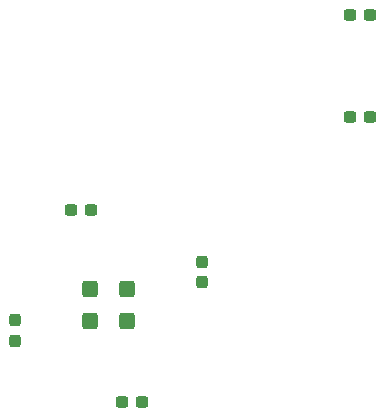
<source format=gbr>
%TF.GenerationSoftware,KiCad,Pcbnew,(6.0.4)*%
%TF.CreationDate,2022-06-24T18:11:39+09:00*%
%TF.ProjectId,cleanbot,636c6561-6e62-46f7-942e-6b696361645f,rev?*%
%TF.SameCoordinates,Original*%
%TF.FileFunction,Paste,Bot*%
%TF.FilePolarity,Positive*%
%FSLAX46Y46*%
G04 Gerber Fmt 4.6, Leading zero omitted, Abs format (unit mm)*
G04 Created by KiCad (PCBNEW (6.0.4)) date 2022-06-24 18:11:39*
%MOMM*%
%LPD*%
G01*
G04 APERTURE LIST*
G04 Aperture macros list*
%AMRoundRect*
0 Rectangle with rounded corners*
0 $1 Rounding radius*
0 $2 $3 $4 $5 $6 $7 $8 $9 X,Y pos of 4 corners*
0 Add a 4 corners polygon primitive as box body*
4,1,4,$2,$3,$4,$5,$6,$7,$8,$9,$2,$3,0*
0 Add four circle primitives for the rounded corners*
1,1,$1+$1,$2,$3*
1,1,$1+$1,$4,$5*
1,1,$1+$1,$6,$7*
1,1,$1+$1,$8,$9*
0 Add four rect primitives between the rounded corners*
20,1,$1+$1,$2,$3,$4,$5,0*
20,1,$1+$1,$4,$5,$6,$7,0*
20,1,$1+$1,$6,$7,$8,$9,0*
20,1,$1+$1,$8,$9,$2,$3,0*%
G04 Aperture macros list end*
%ADD10RoundRect,0.237500X-0.300000X-0.237500X0.300000X-0.237500X0.300000X0.237500X-0.300000X0.237500X0*%
%ADD11RoundRect,0.250000X0.425000X-0.450000X0.425000X0.450000X-0.425000X0.450000X-0.425000X-0.450000X0*%
%ADD12RoundRect,0.237500X-0.237500X0.300000X-0.237500X-0.300000X0.237500X-0.300000X0.237500X0.300000X0*%
%ADD13RoundRect,0.237500X0.237500X-0.300000X0.237500X0.300000X-0.237500X0.300000X-0.237500X-0.300000X0*%
%ADD14RoundRect,0.237500X0.300000X0.237500X-0.300000X0.237500X-0.300000X-0.237500X0.300000X-0.237500X0*%
G04 APERTURE END LIST*
D10*
%TO.C,C2*%
X51969500Y54864000D03*
X53694500Y54864000D03*
%TD*%
D11*
%TO.C,C5*%
X29972000Y29003000D03*
X29972000Y31703000D03*
%TD*%
%TO.C,C3*%
X33147000Y29003000D03*
X33147000Y31703000D03*
%TD*%
D12*
%TO.C,C7*%
X39497000Y33983000D03*
X39497000Y32258000D03*
%TD*%
D10*
%TO.C,C8*%
X51969500Y46228000D03*
X53694500Y46228000D03*
%TD*%
D13*
%TO.C,C1*%
X23622000Y27331500D03*
X23622000Y29056500D03*
%TD*%
D10*
%TO.C,C9*%
X28347500Y38354000D03*
X30072500Y38354000D03*
%TD*%
D14*
%TO.C,C10*%
X34417000Y22098000D03*
X32692000Y22098000D03*
%TD*%
M02*

</source>
